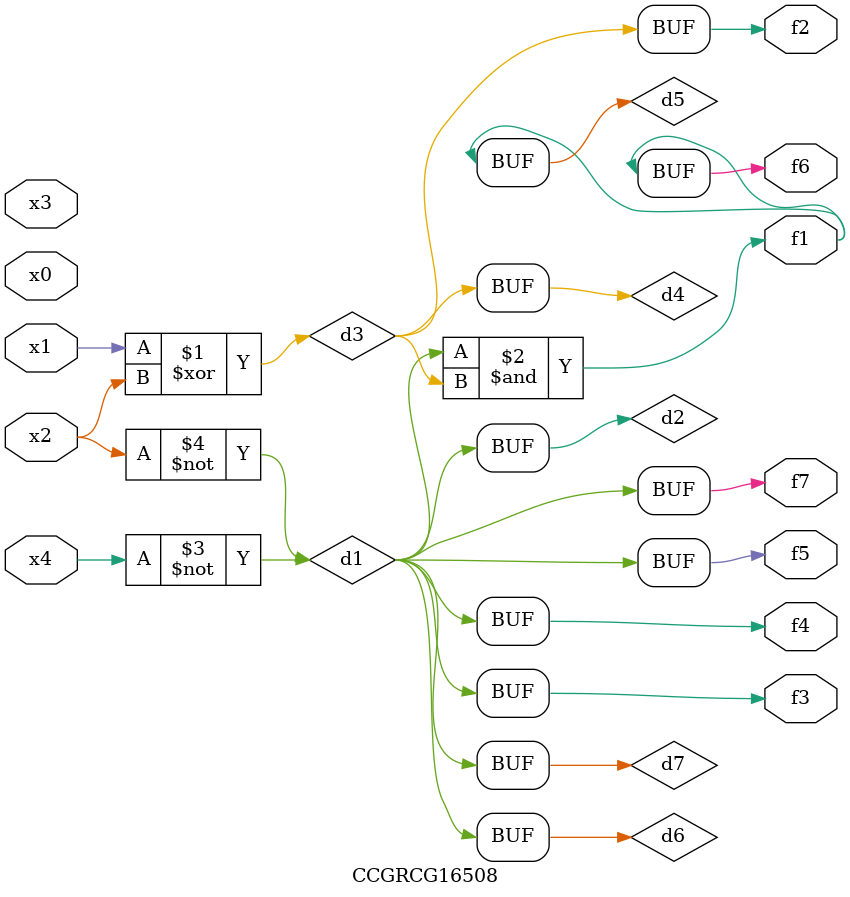
<source format=v>
module CCGRCG16508(
	input x0, x1, x2, x3, x4,
	output f1, f2, f3, f4, f5, f6, f7
);

	wire d1, d2, d3, d4, d5, d6, d7;

	not (d1, x4);
	not (d2, x2);
	xor (d3, x1, x2);
	buf (d4, d3);
	and (d5, d1, d3);
	buf (d6, d1, d2);
	buf (d7, d2);
	assign f1 = d5;
	assign f2 = d4;
	assign f3 = d7;
	assign f4 = d7;
	assign f5 = d7;
	assign f6 = d5;
	assign f7 = d7;
endmodule

</source>
